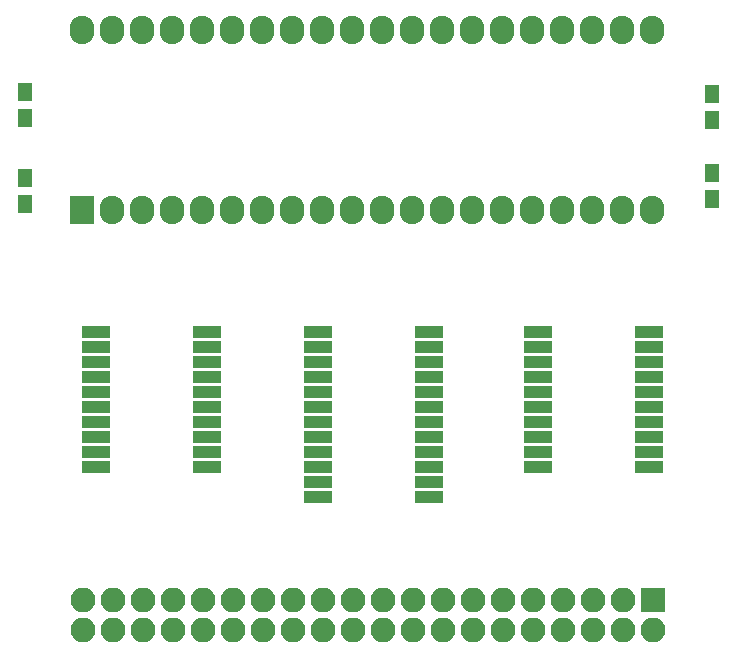
<source format=gbr>
G04 #@! TF.FileFunction,Soldermask,Top*
%FSLAX46Y46*%
G04 Gerber Fmt 4.6, Leading zero omitted, Abs format (unit mm)*
G04 Created by KiCad (PCBNEW 4.0.7) date 11/27/18 00:48:43*
%MOMM*%
%LPD*%
G01*
G04 APERTURE LIST*
%ADD10C,0.100000*%
%ADD11R,2.100000X2.400000*%
%ADD12O,2.100000X2.400000*%
%ADD13R,2.350000X1.000000*%
%ADD14R,2.100000X2.100000*%
%ADD15O,2.100000X2.100000*%
%ADD16R,2.400000X1.000000*%
%ADD17R,1.300000X1.600000*%
G04 APERTURE END LIST*
D10*
D11*
X101079000Y-79832200D03*
D12*
X149339000Y-64592200D03*
X103619000Y-79832200D03*
X146799000Y-64592200D03*
X106159000Y-79832200D03*
X144259000Y-64592200D03*
X108699000Y-79832200D03*
X141719000Y-64592200D03*
X111239000Y-79832200D03*
X139179000Y-64592200D03*
X113779000Y-79832200D03*
X136639000Y-64592200D03*
X116319000Y-79832200D03*
X134099000Y-64592200D03*
X118859000Y-79832200D03*
X131559000Y-64592200D03*
X121399000Y-79832200D03*
X129019000Y-64592200D03*
X123939000Y-79832200D03*
X126479000Y-64592200D03*
X126479000Y-79832200D03*
X123939000Y-64592200D03*
X129019000Y-79832200D03*
X121399000Y-64592200D03*
X131559000Y-79832200D03*
X118859000Y-64592200D03*
X134099000Y-79832200D03*
X116319000Y-64592200D03*
X136639000Y-79832200D03*
X113779000Y-64592200D03*
X139179000Y-79832200D03*
X111239000Y-64592200D03*
X141719000Y-79832200D03*
X108699000Y-64592200D03*
X144259000Y-79832200D03*
X106159000Y-64592200D03*
X146799000Y-79832200D03*
X103619000Y-64592200D03*
X149339000Y-79832200D03*
X101079000Y-64592200D03*
D13*
X139700000Y-90170000D03*
X139700000Y-91440000D03*
X139700000Y-92710000D03*
X139700000Y-93980000D03*
X139700000Y-95250000D03*
X139700000Y-96520000D03*
X139700000Y-97790000D03*
X139700000Y-99060000D03*
X139700000Y-100330000D03*
X139700000Y-101600000D03*
X149100000Y-101600000D03*
X149100000Y-100330000D03*
X149100000Y-99060000D03*
X149100000Y-97790000D03*
X149100000Y-96520000D03*
X149100000Y-95250000D03*
X149100000Y-93980000D03*
X149100000Y-92710000D03*
X149100000Y-91440000D03*
X149100000Y-90170000D03*
D14*
X149454000Y-112878000D03*
D15*
X149454000Y-115418000D03*
X146914000Y-112878000D03*
X146914000Y-115418000D03*
X144374000Y-112878000D03*
X144374000Y-115418000D03*
X141834000Y-112878000D03*
X141834000Y-115418000D03*
X139294000Y-112878000D03*
X139294000Y-115418000D03*
X136754000Y-112878000D03*
X136754000Y-115418000D03*
X134214000Y-112878000D03*
X134214000Y-115418000D03*
X131674000Y-112878000D03*
X131674000Y-115418000D03*
X129134000Y-112878000D03*
X129134000Y-115418000D03*
X126594000Y-112878000D03*
X126594000Y-115418000D03*
X124054000Y-112878000D03*
X124054000Y-115418000D03*
X121514000Y-112878000D03*
X121514000Y-115418000D03*
X118974000Y-112878000D03*
X118974000Y-115418000D03*
X116434000Y-112878000D03*
X116434000Y-115418000D03*
X113894000Y-112878000D03*
X113894000Y-115418000D03*
X111354000Y-112878000D03*
X111354000Y-115418000D03*
X108814000Y-112878000D03*
X108814000Y-115418000D03*
X106274000Y-112878000D03*
X106274000Y-115418000D03*
X103734000Y-112878000D03*
X103734000Y-115418000D03*
X101194000Y-112878000D03*
X101194000Y-115418000D03*
D16*
X121030000Y-90170000D03*
X121030000Y-91440000D03*
X121030000Y-92710000D03*
X121030000Y-93980000D03*
X121030000Y-95250000D03*
X121030000Y-96520000D03*
X121030000Y-97790000D03*
X121030000Y-99060000D03*
X121030000Y-100330000D03*
X121030000Y-101600000D03*
X121030000Y-102870000D03*
X121030000Y-104140000D03*
X130430000Y-104140000D03*
X130430000Y-102870000D03*
X130430000Y-101600000D03*
X130430000Y-100330000D03*
X130430000Y-99060000D03*
X130430000Y-97790000D03*
X130430000Y-96520000D03*
X130430000Y-95250000D03*
X130430000Y-93980000D03*
X130430000Y-92710000D03*
X130430000Y-91440000D03*
X130430000Y-90170000D03*
D13*
X102234000Y-90170000D03*
X102234000Y-91440000D03*
X102234000Y-92710000D03*
X102234000Y-93980000D03*
X102234000Y-95250000D03*
X102234000Y-96520000D03*
X102234000Y-97790000D03*
X102234000Y-99060000D03*
X102234000Y-100330000D03*
X102234000Y-101600000D03*
X111634000Y-101600000D03*
X111634000Y-100330000D03*
X111634000Y-99060000D03*
X111634000Y-97790000D03*
X111634000Y-96520000D03*
X111634000Y-95250000D03*
X111634000Y-93980000D03*
X111634000Y-92710000D03*
X111634000Y-91440000D03*
X111634000Y-90170000D03*
D17*
X154432000Y-78951000D03*
X154432000Y-76751000D03*
X96266000Y-72093000D03*
X96266000Y-69893000D03*
X96266000Y-79332000D03*
X96266000Y-77132000D03*
X154432000Y-72220000D03*
X154432000Y-70020000D03*
M02*

</source>
